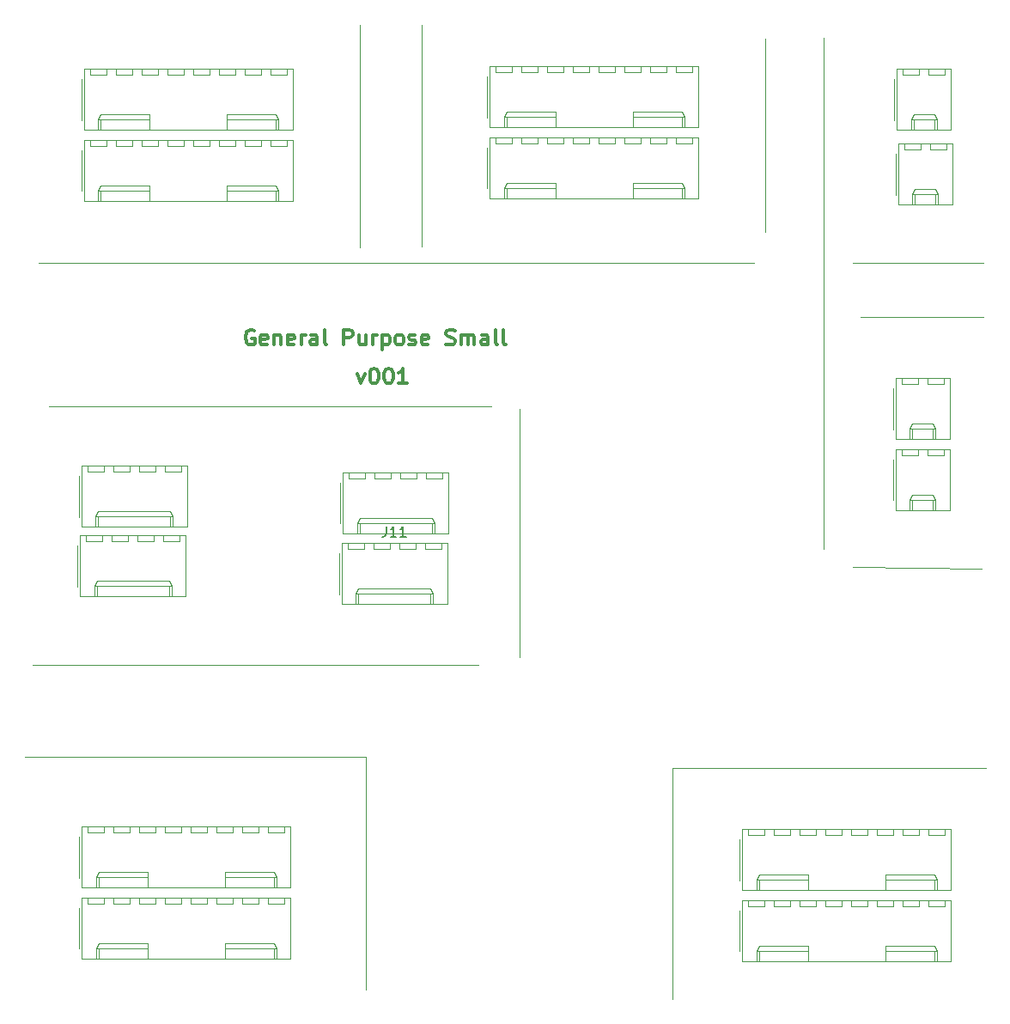
<source format=gbr>
G04 #@! TF.GenerationSoftware,KiCad,Pcbnew,(5.1.5-0-10_14)*
G04 #@! TF.CreationDate,2021-03-15T06:00:06+10:00*
G04 #@! TF.ProjectId,OH - General Purpose Small PCB,4f48202d-2047-4656-9e65-72616c205075,rev?*
G04 #@! TF.SameCoordinates,Original*
G04 #@! TF.FileFunction,Legend,Top*
G04 #@! TF.FilePolarity,Positive*
%FSLAX46Y46*%
G04 Gerber Fmt 4.6, Leading zero omitted, Abs format (unit mm)*
G04 Created by KiCad (PCBNEW (5.1.5-0-10_14)) date 2021-03-15 06:00:06*
%MOMM*%
%LPD*%
G04 APERTURE LIST*
%ADD10C,0.300000*%
%ADD11C,0.120000*%
%ADD12C,0.150000*%
G04 APERTURE END LIST*
D10*
X72811000Y-76513571D02*
X73168142Y-77513571D01*
X73525285Y-76513571D01*
X74382428Y-76013571D02*
X74525285Y-76013571D01*
X74668142Y-76085000D01*
X74739571Y-76156428D01*
X74811000Y-76299285D01*
X74882428Y-76585000D01*
X74882428Y-76942142D01*
X74811000Y-77227857D01*
X74739571Y-77370714D01*
X74668142Y-77442142D01*
X74525285Y-77513571D01*
X74382428Y-77513571D01*
X74239571Y-77442142D01*
X74168142Y-77370714D01*
X74096714Y-77227857D01*
X74025285Y-76942142D01*
X74025285Y-76585000D01*
X74096714Y-76299285D01*
X74168142Y-76156428D01*
X74239571Y-76085000D01*
X74382428Y-76013571D01*
X75811000Y-76013571D02*
X75953857Y-76013571D01*
X76096714Y-76085000D01*
X76168142Y-76156428D01*
X76239571Y-76299285D01*
X76311000Y-76585000D01*
X76311000Y-76942142D01*
X76239571Y-77227857D01*
X76168142Y-77370714D01*
X76096714Y-77442142D01*
X75953857Y-77513571D01*
X75811000Y-77513571D01*
X75668142Y-77442142D01*
X75596714Y-77370714D01*
X75525285Y-77227857D01*
X75453857Y-76942142D01*
X75453857Y-76585000D01*
X75525285Y-76299285D01*
X75596714Y-76156428D01*
X75668142Y-76085000D01*
X75811000Y-76013571D01*
X77739571Y-77513571D02*
X76882428Y-77513571D01*
X77311000Y-77513571D02*
X77311000Y-76013571D01*
X77168142Y-76227857D01*
X77025285Y-76370714D01*
X76882428Y-76442142D01*
X62620428Y-72275000D02*
X62477571Y-72203571D01*
X62263285Y-72203571D01*
X62049000Y-72275000D01*
X61906142Y-72417857D01*
X61834714Y-72560714D01*
X61763285Y-72846428D01*
X61763285Y-73060714D01*
X61834714Y-73346428D01*
X61906142Y-73489285D01*
X62049000Y-73632142D01*
X62263285Y-73703571D01*
X62406142Y-73703571D01*
X62620428Y-73632142D01*
X62691857Y-73560714D01*
X62691857Y-73060714D01*
X62406142Y-73060714D01*
X63906142Y-73632142D02*
X63763285Y-73703571D01*
X63477571Y-73703571D01*
X63334714Y-73632142D01*
X63263285Y-73489285D01*
X63263285Y-72917857D01*
X63334714Y-72775000D01*
X63477571Y-72703571D01*
X63763285Y-72703571D01*
X63906142Y-72775000D01*
X63977571Y-72917857D01*
X63977571Y-73060714D01*
X63263285Y-73203571D01*
X64620428Y-72703571D02*
X64620428Y-73703571D01*
X64620428Y-72846428D02*
X64691857Y-72775000D01*
X64834714Y-72703571D01*
X65049000Y-72703571D01*
X65191857Y-72775000D01*
X65263285Y-72917857D01*
X65263285Y-73703571D01*
X66549000Y-73632142D02*
X66406142Y-73703571D01*
X66120428Y-73703571D01*
X65977571Y-73632142D01*
X65906142Y-73489285D01*
X65906142Y-72917857D01*
X65977571Y-72775000D01*
X66120428Y-72703571D01*
X66406142Y-72703571D01*
X66549000Y-72775000D01*
X66620428Y-72917857D01*
X66620428Y-73060714D01*
X65906142Y-73203571D01*
X67263285Y-73703571D02*
X67263285Y-72703571D01*
X67263285Y-72989285D02*
X67334714Y-72846428D01*
X67406142Y-72775000D01*
X67549000Y-72703571D01*
X67691857Y-72703571D01*
X68834714Y-73703571D02*
X68834714Y-72917857D01*
X68763285Y-72775000D01*
X68620428Y-72703571D01*
X68334714Y-72703571D01*
X68191857Y-72775000D01*
X68834714Y-73632142D02*
X68691857Y-73703571D01*
X68334714Y-73703571D01*
X68191857Y-73632142D01*
X68120428Y-73489285D01*
X68120428Y-73346428D01*
X68191857Y-73203571D01*
X68334714Y-73132142D01*
X68691857Y-73132142D01*
X68834714Y-73060714D01*
X69763285Y-73703571D02*
X69620428Y-73632142D01*
X69549000Y-73489285D01*
X69549000Y-72203571D01*
X71477571Y-73703571D02*
X71477571Y-72203571D01*
X72049000Y-72203571D01*
X72191857Y-72275000D01*
X72263285Y-72346428D01*
X72334714Y-72489285D01*
X72334714Y-72703571D01*
X72263285Y-72846428D01*
X72191857Y-72917857D01*
X72049000Y-72989285D01*
X71477571Y-72989285D01*
X73620428Y-72703571D02*
X73620428Y-73703571D01*
X72977571Y-72703571D02*
X72977571Y-73489285D01*
X73049000Y-73632142D01*
X73191857Y-73703571D01*
X73406142Y-73703571D01*
X73549000Y-73632142D01*
X73620428Y-73560714D01*
X74334714Y-73703571D02*
X74334714Y-72703571D01*
X74334714Y-72989285D02*
X74406142Y-72846428D01*
X74477571Y-72775000D01*
X74620428Y-72703571D01*
X74763285Y-72703571D01*
X75263285Y-72703571D02*
X75263285Y-74203571D01*
X75263285Y-72775000D02*
X75406142Y-72703571D01*
X75691857Y-72703571D01*
X75834714Y-72775000D01*
X75906142Y-72846428D01*
X75977571Y-72989285D01*
X75977571Y-73417857D01*
X75906142Y-73560714D01*
X75834714Y-73632142D01*
X75691857Y-73703571D01*
X75406142Y-73703571D01*
X75263285Y-73632142D01*
X76834714Y-73703571D02*
X76691857Y-73632142D01*
X76620428Y-73560714D01*
X76549000Y-73417857D01*
X76549000Y-72989285D01*
X76620428Y-72846428D01*
X76691857Y-72775000D01*
X76834714Y-72703571D01*
X77049000Y-72703571D01*
X77191857Y-72775000D01*
X77263285Y-72846428D01*
X77334714Y-72989285D01*
X77334714Y-73417857D01*
X77263285Y-73560714D01*
X77191857Y-73632142D01*
X77049000Y-73703571D01*
X76834714Y-73703571D01*
X77906142Y-73632142D02*
X78049000Y-73703571D01*
X78334714Y-73703571D01*
X78477571Y-73632142D01*
X78549000Y-73489285D01*
X78549000Y-73417857D01*
X78477571Y-73275000D01*
X78334714Y-73203571D01*
X78120428Y-73203571D01*
X77977571Y-73132142D01*
X77906142Y-72989285D01*
X77906142Y-72917857D01*
X77977571Y-72775000D01*
X78120428Y-72703571D01*
X78334714Y-72703571D01*
X78477571Y-72775000D01*
X79763285Y-73632142D02*
X79620428Y-73703571D01*
X79334714Y-73703571D01*
X79191857Y-73632142D01*
X79120428Y-73489285D01*
X79120428Y-72917857D01*
X79191857Y-72775000D01*
X79334714Y-72703571D01*
X79620428Y-72703571D01*
X79763285Y-72775000D01*
X79834714Y-72917857D01*
X79834714Y-73060714D01*
X79120428Y-73203571D01*
X81549000Y-73632142D02*
X81763285Y-73703571D01*
X82120428Y-73703571D01*
X82263285Y-73632142D01*
X82334714Y-73560714D01*
X82406142Y-73417857D01*
X82406142Y-73275000D01*
X82334714Y-73132142D01*
X82263285Y-73060714D01*
X82120428Y-72989285D01*
X81834714Y-72917857D01*
X81691857Y-72846428D01*
X81620428Y-72775000D01*
X81549000Y-72632142D01*
X81549000Y-72489285D01*
X81620428Y-72346428D01*
X81691857Y-72275000D01*
X81834714Y-72203571D01*
X82191857Y-72203571D01*
X82406142Y-72275000D01*
X83049000Y-73703571D02*
X83049000Y-72703571D01*
X83049000Y-72846428D02*
X83120428Y-72775000D01*
X83263285Y-72703571D01*
X83477571Y-72703571D01*
X83620428Y-72775000D01*
X83691857Y-72917857D01*
X83691857Y-73703571D01*
X83691857Y-72917857D02*
X83763285Y-72775000D01*
X83906142Y-72703571D01*
X84120428Y-72703571D01*
X84263285Y-72775000D01*
X84334714Y-72917857D01*
X84334714Y-73703571D01*
X85691857Y-73703571D02*
X85691857Y-72917857D01*
X85620428Y-72775000D01*
X85477571Y-72703571D01*
X85191857Y-72703571D01*
X85049000Y-72775000D01*
X85691857Y-73632142D02*
X85549000Y-73703571D01*
X85191857Y-73703571D01*
X85049000Y-73632142D01*
X84977571Y-73489285D01*
X84977571Y-73346428D01*
X85049000Y-73203571D01*
X85191857Y-73132142D01*
X85549000Y-73132142D01*
X85691857Y-73060714D01*
X86620428Y-73703571D02*
X86477571Y-73632142D01*
X86406142Y-73489285D01*
X86406142Y-72203571D01*
X87406142Y-73703571D02*
X87263285Y-73632142D01*
X87191857Y-73489285D01*
X87191857Y-72203571D01*
D11*
X113030000Y-43561000D02*
X113030000Y-62611000D01*
X134493000Y-65659000D02*
X121666000Y-65659000D01*
X134493000Y-70993000D02*
X122428000Y-70993000D01*
X134366000Y-95758000D02*
X121666000Y-95631000D01*
X88773000Y-80010000D02*
X88773000Y-104521000D01*
X84709000Y-105283000D02*
X40767000Y-105283000D01*
X42418000Y-79756000D02*
X85979000Y-79756000D01*
X103886000Y-115443000D02*
X103886000Y-138176000D01*
X134747000Y-115443000D02*
X103886000Y-115443000D01*
X73660000Y-114300000D02*
X40005000Y-114300000D01*
X73660000Y-114300000D02*
X73660000Y-137287000D01*
X118745000Y-43434000D02*
X118745000Y-93853000D01*
X41402000Y-65659000D02*
X111887000Y-65659000D01*
X79121000Y-64008000D02*
X79121000Y-42164000D01*
X73025000Y-42164000D02*
X73025000Y-64135000D01*
X55410000Y-86216000D02*
X55410000Y-85616000D01*
X53810000Y-86216000D02*
X55410000Y-86216000D01*
X53810000Y-85616000D02*
X53810000Y-86216000D01*
X52870000Y-86216000D02*
X52870000Y-85616000D01*
X51270000Y-86216000D02*
X52870000Y-86216000D01*
X51270000Y-85616000D02*
X51270000Y-86216000D01*
X50330000Y-86216000D02*
X50330000Y-85616000D01*
X48730000Y-86216000D02*
X50330000Y-86216000D01*
X48730000Y-85616000D02*
X48730000Y-86216000D01*
X47790000Y-86216000D02*
X47790000Y-85616000D01*
X46190000Y-86216000D02*
X47790000Y-86216000D01*
X46190000Y-85616000D02*
X46190000Y-86216000D01*
X54360000Y-91636000D02*
X54360000Y-90636000D01*
X47240000Y-91636000D02*
X47240000Y-90636000D01*
X54360000Y-90106000D02*
X54610000Y-90636000D01*
X47240000Y-90106000D02*
X54360000Y-90106000D01*
X46990000Y-90636000D02*
X47240000Y-90106000D01*
X54610000Y-90636000D02*
X54610000Y-91636000D01*
X46990000Y-90636000D02*
X54610000Y-90636000D01*
X46990000Y-91636000D02*
X46990000Y-90636000D01*
X45320000Y-86646000D02*
X45320000Y-90646000D01*
X55990000Y-85616000D02*
X45610000Y-85616000D01*
X55990000Y-91636000D02*
X55990000Y-85616000D01*
X45610000Y-91636000D02*
X55990000Y-91636000D01*
X45610000Y-85616000D02*
X45610000Y-91636000D01*
X81191000Y-86851000D02*
X81191000Y-86251000D01*
X79591000Y-86851000D02*
X81191000Y-86851000D01*
X79591000Y-86251000D02*
X79591000Y-86851000D01*
X78651000Y-86851000D02*
X78651000Y-86251000D01*
X77051000Y-86851000D02*
X78651000Y-86851000D01*
X77051000Y-86251000D02*
X77051000Y-86851000D01*
X76111000Y-86851000D02*
X76111000Y-86251000D01*
X74511000Y-86851000D02*
X76111000Y-86851000D01*
X74511000Y-86251000D02*
X74511000Y-86851000D01*
X73571000Y-86851000D02*
X73571000Y-86251000D01*
X71971000Y-86851000D02*
X73571000Y-86851000D01*
X71971000Y-86251000D02*
X71971000Y-86851000D01*
X80141000Y-92271000D02*
X80141000Y-91271000D01*
X73021000Y-92271000D02*
X73021000Y-91271000D01*
X80141000Y-90741000D02*
X80391000Y-91271000D01*
X73021000Y-90741000D02*
X80141000Y-90741000D01*
X72771000Y-91271000D02*
X73021000Y-90741000D01*
X80391000Y-91271000D02*
X80391000Y-92271000D01*
X72771000Y-91271000D02*
X80391000Y-91271000D01*
X72771000Y-92271000D02*
X72771000Y-91271000D01*
X71101000Y-87281000D02*
X71101000Y-91281000D01*
X81771000Y-86251000D02*
X71391000Y-86251000D01*
X81771000Y-92271000D02*
X81771000Y-86251000D01*
X71391000Y-92271000D02*
X81771000Y-92271000D01*
X71391000Y-86251000D02*
X71391000Y-92271000D01*
X130721000Y-47100000D02*
X130721000Y-46500000D01*
X129121000Y-47100000D02*
X130721000Y-47100000D01*
X129121000Y-46500000D02*
X129121000Y-47100000D01*
X128181000Y-47100000D02*
X128181000Y-46500000D01*
X126581000Y-47100000D02*
X128181000Y-47100000D01*
X126581000Y-46500000D02*
X126581000Y-47100000D01*
X129671000Y-52520000D02*
X129671000Y-51520000D01*
X127631000Y-52520000D02*
X127631000Y-51520000D01*
X129671000Y-50990000D02*
X129921000Y-51520000D01*
X127631000Y-50990000D02*
X129671000Y-50990000D01*
X127381000Y-51520000D02*
X127631000Y-50990000D01*
X129921000Y-51520000D02*
X129921000Y-52520000D01*
X127381000Y-51520000D02*
X129921000Y-51520000D01*
X127381000Y-52520000D02*
X127381000Y-51520000D01*
X125711000Y-47530000D02*
X125711000Y-51530000D01*
X131301000Y-46500000D02*
X126001000Y-46500000D01*
X131301000Y-52520000D02*
X131301000Y-46500000D01*
X126001000Y-52520000D02*
X131301000Y-52520000D01*
X126001000Y-46500000D02*
X126001000Y-52520000D01*
X130594000Y-77580000D02*
X130594000Y-76980000D01*
X128994000Y-77580000D02*
X130594000Y-77580000D01*
X128994000Y-76980000D02*
X128994000Y-77580000D01*
X128054000Y-77580000D02*
X128054000Y-76980000D01*
X126454000Y-77580000D02*
X128054000Y-77580000D01*
X126454000Y-76980000D02*
X126454000Y-77580000D01*
X129544000Y-83000000D02*
X129544000Y-82000000D01*
X127504000Y-83000000D02*
X127504000Y-82000000D01*
X129544000Y-81470000D02*
X129794000Y-82000000D01*
X127504000Y-81470000D02*
X129544000Y-81470000D01*
X127254000Y-82000000D02*
X127504000Y-81470000D01*
X129794000Y-82000000D02*
X129794000Y-83000000D01*
X127254000Y-82000000D02*
X129794000Y-82000000D01*
X127254000Y-83000000D02*
X127254000Y-82000000D01*
X125584000Y-78010000D02*
X125584000Y-82010000D01*
X131174000Y-76980000D02*
X125874000Y-76980000D01*
X131174000Y-83000000D02*
X131174000Y-76980000D01*
X125874000Y-83000000D02*
X131174000Y-83000000D01*
X125874000Y-76980000D02*
X125874000Y-83000000D01*
X55283000Y-93074000D02*
X55283000Y-92474000D01*
X53683000Y-93074000D02*
X55283000Y-93074000D01*
X53683000Y-92474000D02*
X53683000Y-93074000D01*
X52743000Y-93074000D02*
X52743000Y-92474000D01*
X51143000Y-93074000D02*
X52743000Y-93074000D01*
X51143000Y-92474000D02*
X51143000Y-93074000D01*
X50203000Y-93074000D02*
X50203000Y-92474000D01*
X48603000Y-93074000D02*
X50203000Y-93074000D01*
X48603000Y-92474000D02*
X48603000Y-93074000D01*
X47663000Y-93074000D02*
X47663000Y-92474000D01*
X46063000Y-93074000D02*
X47663000Y-93074000D01*
X46063000Y-92474000D02*
X46063000Y-93074000D01*
X54233000Y-98494000D02*
X54233000Y-97494000D01*
X47113000Y-98494000D02*
X47113000Y-97494000D01*
X54233000Y-96964000D02*
X54483000Y-97494000D01*
X47113000Y-96964000D02*
X54233000Y-96964000D01*
X46863000Y-97494000D02*
X47113000Y-96964000D01*
X54483000Y-97494000D02*
X54483000Y-98494000D01*
X46863000Y-97494000D02*
X54483000Y-97494000D01*
X46863000Y-98494000D02*
X46863000Y-97494000D01*
X45193000Y-93504000D02*
X45193000Y-97504000D01*
X55863000Y-92474000D02*
X45483000Y-92474000D01*
X55863000Y-98494000D02*
X55863000Y-92474000D01*
X45483000Y-98494000D02*
X55863000Y-98494000D01*
X45483000Y-92474000D02*
X45483000Y-98494000D01*
X81064000Y-93836000D02*
X81064000Y-93236000D01*
X79464000Y-93836000D02*
X81064000Y-93836000D01*
X79464000Y-93236000D02*
X79464000Y-93836000D01*
X78524000Y-93836000D02*
X78524000Y-93236000D01*
X76924000Y-93836000D02*
X78524000Y-93836000D01*
X76924000Y-93236000D02*
X76924000Y-93836000D01*
X75984000Y-93836000D02*
X75984000Y-93236000D01*
X74384000Y-93836000D02*
X75984000Y-93836000D01*
X74384000Y-93236000D02*
X74384000Y-93836000D01*
X73444000Y-93836000D02*
X73444000Y-93236000D01*
X71844000Y-93836000D02*
X73444000Y-93836000D01*
X71844000Y-93236000D02*
X71844000Y-93836000D01*
X80014000Y-99256000D02*
X80014000Y-98256000D01*
X72894000Y-99256000D02*
X72894000Y-98256000D01*
X80014000Y-97726000D02*
X80264000Y-98256000D01*
X72894000Y-97726000D02*
X80014000Y-97726000D01*
X72644000Y-98256000D02*
X72894000Y-97726000D01*
X80264000Y-98256000D02*
X80264000Y-99256000D01*
X72644000Y-98256000D02*
X80264000Y-98256000D01*
X72644000Y-99256000D02*
X72644000Y-98256000D01*
X70974000Y-94266000D02*
X70974000Y-98266000D01*
X81644000Y-93236000D02*
X71264000Y-93236000D01*
X81644000Y-99256000D02*
X81644000Y-93236000D01*
X71264000Y-99256000D02*
X81644000Y-99256000D01*
X71264000Y-93236000D02*
X71264000Y-99256000D01*
X130848000Y-54466000D02*
X130848000Y-53866000D01*
X129248000Y-54466000D02*
X130848000Y-54466000D01*
X129248000Y-53866000D02*
X129248000Y-54466000D01*
X128308000Y-54466000D02*
X128308000Y-53866000D01*
X126708000Y-54466000D02*
X128308000Y-54466000D01*
X126708000Y-53866000D02*
X126708000Y-54466000D01*
X129798000Y-59886000D02*
X129798000Y-58886000D01*
X127758000Y-59886000D02*
X127758000Y-58886000D01*
X129798000Y-58356000D02*
X130048000Y-58886000D01*
X127758000Y-58356000D02*
X129798000Y-58356000D01*
X127508000Y-58886000D02*
X127758000Y-58356000D01*
X130048000Y-58886000D02*
X130048000Y-59886000D01*
X127508000Y-58886000D02*
X130048000Y-58886000D01*
X127508000Y-59886000D02*
X127508000Y-58886000D01*
X125838000Y-54896000D02*
X125838000Y-58896000D01*
X131428000Y-53866000D02*
X126128000Y-53866000D01*
X131428000Y-59886000D02*
X131428000Y-53866000D01*
X126128000Y-59886000D02*
X131428000Y-59886000D01*
X126128000Y-53866000D02*
X126128000Y-59886000D01*
X130594000Y-84565000D02*
X130594000Y-83965000D01*
X128994000Y-84565000D02*
X130594000Y-84565000D01*
X128994000Y-83965000D02*
X128994000Y-84565000D01*
X128054000Y-84565000D02*
X128054000Y-83965000D01*
X126454000Y-84565000D02*
X128054000Y-84565000D01*
X126454000Y-83965000D02*
X126454000Y-84565000D01*
X129544000Y-89985000D02*
X129544000Y-88985000D01*
X127504000Y-89985000D02*
X127504000Y-88985000D01*
X129544000Y-88455000D02*
X129794000Y-88985000D01*
X127504000Y-88455000D02*
X129544000Y-88455000D01*
X127254000Y-88985000D02*
X127504000Y-88455000D01*
X129794000Y-88985000D02*
X129794000Y-89985000D01*
X127254000Y-88985000D02*
X129794000Y-88985000D01*
X127254000Y-89985000D02*
X127254000Y-88985000D01*
X125584000Y-84995000D02*
X125584000Y-88995000D01*
X131174000Y-83965000D02*
X125874000Y-83965000D01*
X131174000Y-89985000D02*
X131174000Y-83965000D01*
X125874000Y-89985000D02*
X131174000Y-89985000D01*
X125874000Y-83965000D02*
X125874000Y-89985000D01*
X105829000Y-46846000D02*
X105829000Y-46246000D01*
X104229000Y-46846000D02*
X105829000Y-46846000D01*
X104229000Y-46246000D02*
X104229000Y-46846000D01*
X103289000Y-46846000D02*
X103289000Y-46246000D01*
X101689000Y-46846000D02*
X103289000Y-46846000D01*
X101689000Y-46246000D02*
X101689000Y-46846000D01*
X100749000Y-46846000D02*
X100749000Y-46246000D01*
X99149000Y-46846000D02*
X100749000Y-46846000D01*
X99149000Y-46246000D02*
X99149000Y-46846000D01*
X98209000Y-46846000D02*
X98209000Y-46246000D01*
X96609000Y-46846000D02*
X98209000Y-46846000D01*
X96609000Y-46246000D02*
X96609000Y-46846000D01*
X95669000Y-46846000D02*
X95669000Y-46246000D01*
X94069000Y-46846000D02*
X95669000Y-46846000D01*
X94069000Y-46246000D02*
X94069000Y-46846000D01*
X93129000Y-46846000D02*
X93129000Y-46246000D01*
X91529000Y-46846000D02*
X93129000Y-46846000D01*
X91529000Y-46246000D02*
X91529000Y-46846000D01*
X90589000Y-46846000D02*
X90589000Y-46246000D01*
X88989000Y-46846000D02*
X90589000Y-46846000D01*
X88989000Y-46246000D02*
X88989000Y-46846000D01*
X88049000Y-46846000D02*
X88049000Y-46246000D01*
X86449000Y-46846000D02*
X88049000Y-46846000D01*
X86449000Y-46246000D02*
X86449000Y-46846000D01*
X104779000Y-52266000D02*
X104779000Y-51266000D01*
X99949000Y-50736000D02*
X99949000Y-51266000D01*
X104779000Y-50736000D02*
X99949000Y-50736000D01*
X105029000Y-51266000D02*
X104779000Y-50736000D01*
X99949000Y-51266000D02*
X99949000Y-52266000D01*
X105029000Y-51266000D02*
X99949000Y-51266000D01*
X105029000Y-52266000D02*
X105029000Y-51266000D01*
X87499000Y-52266000D02*
X87499000Y-51266000D01*
X92329000Y-50736000D02*
X92329000Y-51266000D01*
X87499000Y-50736000D02*
X92329000Y-50736000D01*
X87249000Y-51266000D02*
X87499000Y-50736000D01*
X92329000Y-51266000D02*
X92329000Y-52266000D01*
X87249000Y-51266000D02*
X92329000Y-51266000D01*
X87249000Y-52266000D02*
X87249000Y-51266000D01*
X85579000Y-47276000D02*
X85579000Y-51276000D01*
X106409000Y-46246000D02*
X85869000Y-46246000D01*
X106409000Y-52266000D02*
X106409000Y-46246000D01*
X85869000Y-52266000D02*
X106409000Y-52266000D01*
X85869000Y-46246000D02*
X85869000Y-52266000D01*
X65824000Y-47100000D02*
X65824000Y-46500000D01*
X64224000Y-47100000D02*
X65824000Y-47100000D01*
X64224000Y-46500000D02*
X64224000Y-47100000D01*
X63284000Y-47100000D02*
X63284000Y-46500000D01*
X61684000Y-47100000D02*
X63284000Y-47100000D01*
X61684000Y-46500000D02*
X61684000Y-47100000D01*
X60744000Y-47100000D02*
X60744000Y-46500000D01*
X59144000Y-47100000D02*
X60744000Y-47100000D01*
X59144000Y-46500000D02*
X59144000Y-47100000D01*
X58204000Y-47100000D02*
X58204000Y-46500000D01*
X56604000Y-47100000D02*
X58204000Y-47100000D01*
X56604000Y-46500000D02*
X56604000Y-47100000D01*
X55664000Y-47100000D02*
X55664000Y-46500000D01*
X54064000Y-47100000D02*
X55664000Y-47100000D01*
X54064000Y-46500000D02*
X54064000Y-47100000D01*
X53124000Y-47100000D02*
X53124000Y-46500000D01*
X51524000Y-47100000D02*
X53124000Y-47100000D01*
X51524000Y-46500000D02*
X51524000Y-47100000D01*
X50584000Y-47100000D02*
X50584000Y-46500000D01*
X48984000Y-47100000D02*
X50584000Y-47100000D01*
X48984000Y-46500000D02*
X48984000Y-47100000D01*
X48044000Y-47100000D02*
X48044000Y-46500000D01*
X46444000Y-47100000D02*
X48044000Y-47100000D01*
X46444000Y-46500000D02*
X46444000Y-47100000D01*
X64774000Y-52520000D02*
X64774000Y-51520000D01*
X59944000Y-50990000D02*
X59944000Y-51520000D01*
X64774000Y-50990000D02*
X59944000Y-50990000D01*
X65024000Y-51520000D02*
X64774000Y-50990000D01*
X59944000Y-51520000D02*
X59944000Y-52520000D01*
X65024000Y-51520000D02*
X59944000Y-51520000D01*
X65024000Y-52520000D02*
X65024000Y-51520000D01*
X47494000Y-52520000D02*
X47494000Y-51520000D01*
X52324000Y-50990000D02*
X52324000Y-51520000D01*
X47494000Y-50990000D02*
X52324000Y-50990000D01*
X47244000Y-51520000D02*
X47494000Y-50990000D01*
X52324000Y-51520000D02*
X52324000Y-52520000D01*
X47244000Y-51520000D02*
X52324000Y-51520000D01*
X47244000Y-52520000D02*
X47244000Y-51520000D01*
X45574000Y-47530000D02*
X45574000Y-51530000D01*
X66404000Y-46500000D02*
X45864000Y-46500000D01*
X66404000Y-52520000D02*
X66404000Y-46500000D01*
X45864000Y-52520000D02*
X66404000Y-52520000D01*
X45864000Y-46500000D02*
X45864000Y-52520000D01*
X130721000Y-122030000D02*
X130721000Y-121430000D01*
X129121000Y-122030000D02*
X130721000Y-122030000D01*
X129121000Y-121430000D02*
X129121000Y-122030000D01*
X128181000Y-122030000D02*
X128181000Y-121430000D01*
X126581000Y-122030000D02*
X128181000Y-122030000D01*
X126581000Y-121430000D02*
X126581000Y-122030000D01*
X125641000Y-122030000D02*
X125641000Y-121430000D01*
X124041000Y-122030000D02*
X125641000Y-122030000D01*
X124041000Y-121430000D02*
X124041000Y-122030000D01*
X123101000Y-122030000D02*
X123101000Y-121430000D01*
X121501000Y-122030000D02*
X123101000Y-122030000D01*
X121501000Y-121430000D02*
X121501000Y-122030000D01*
X120561000Y-122030000D02*
X120561000Y-121430000D01*
X118961000Y-122030000D02*
X120561000Y-122030000D01*
X118961000Y-121430000D02*
X118961000Y-122030000D01*
X118021000Y-122030000D02*
X118021000Y-121430000D01*
X116421000Y-122030000D02*
X118021000Y-122030000D01*
X116421000Y-121430000D02*
X116421000Y-122030000D01*
X115481000Y-122030000D02*
X115481000Y-121430000D01*
X113881000Y-122030000D02*
X115481000Y-122030000D01*
X113881000Y-121430000D02*
X113881000Y-122030000D01*
X112941000Y-122030000D02*
X112941000Y-121430000D01*
X111341000Y-122030000D02*
X112941000Y-122030000D01*
X111341000Y-121430000D02*
X111341000Y-122030000D01*
X129671000Y-127450000D02*
X129671000Y-126450000D01*
X124841000Y-125920000D02*
X124841000Y-126450000D01*
X129671000Y-125920000D02*
X124841000Y-125920000D01*
X129921000Y-126450000D02*
X129671000Y-125920000D01*
X124841000Y-126450000D02*
X124841000Y-127450000D01*
X129921000Y-126450000D02*
X124841000Y-126450000D01*
X129921000Y-127450000D02*
X129921000Y-126450000D01*
X112391000Y-127450000D02*
X112391000Y-126450000D01*
X117221000Y-125920000D02*
X117221000Y-126450000D01*
X112391000Y-125920000D02*
X117221000Y-125920000D01*
X112141000Y-126450000D02*
X112391000Y-125920000D01*
X117221000Y-126450000D02*
X117221000Y-127450000D01*
X112141000Y-126450000D02*
X117221000Y-126450000D01*
X112141000Y-127450000D02*
X112141000Y-126450000D01*
X110471000Y-122460000D02*
X110471000Y-126460000D01*
X131301000Y-121430000D02*
X110761000Y-121430000D01*
X131301000Y-127450000D02*
X131301000Y-121430000D01*
X110761000Y-127450000D02*
X131301000Y-127450000D01*
X110761000Y-121430000D02*
X110761000Y-127450000D01*
X65617000Y-121776000D02*
X65617000Y-121176000D01*
X64017000Y-121776000D02*
X65617000Y-121776000D01*
X64017000Y-121176000D02*
X64017000Y-121776000D01*
X63077000Y-121776000D02*
X63077000Y-121176000D01*
X61477000Y-121776000D02*
X63077000Y-121776000D01*
X61477000Y-121176000D02*
X61477000Y-121776000D01*
X60537000Y-121776000D02*
X60537000Y-121176000D01*
X58937000Y-121776000D02*
X60537000Y-121776000D01*
X58937000Y-121176000D02*
X58937000Y-121776000D01*
X57997000Y-121776000D02*
X57997000Y-121176000D01*
X56397000Y-121776000D02*
X57997000Y-121776000D01*
X56397000Y-121176000D02*
X56397000Y-121776000D01*
X55457000Y-121776000D02*
X55457000Y-121176000D01*
X53857000Y-121776000D02*
X55457000Y-121776000D01*
X53857000Y-121176000D02*
X53857000Y-121776000D01*
X52917000Y-121776000D02*
X52917000Y-121176000D01*
X51317000Y-121776000D02*
X52917000Y-121776000D01*
X51317000Y-121176000D02*
X51317000Y-121776000D01*
X50377000Y-121776000D02*
X50377000Y-121176000D01*
X48777000Y-121776000D02*
X50377000Y-121776000D01*
X48777000Y-121176000D02*
X48777000Y-121776000D01*
X47837000Y-121776000D02*
X47837000Y-121176000D01*
X46237000Y-121776000D02*
X47837000Y-121776000D01*
X46237000Y-121176000D02*
X46237000Y-121776000D01*
X64567000Y-127196000D02*
X64567000Y-126196000D01*
X59737000Y-125666000D02*
X59737000Y-126196000D01*
X64567000Y-125666000D02*
X59737000Y-125666000D01*
X64817000Y-126196000D02*
X64567000Y-125666000D01*
X59737000Y-126196000D02*
X59737000Y-127196000D01*
X64817000Y-126196000D02*
X59737000Y-126196000D01*
X64817000Y-127196000D02*
X64817000Y-126196000D01*
X47287000Y-127196000D02*
X47287000Y-126196000D01*
X52117000Y-125666000D02*
X52117000Y-126196000D01*
X47287000Y-125666000D02*
X52117000Y-125666000D01*
X47037000Y-126196000D02*
X47287000Y-125666000D01*
X52117000Y-126196000D02*
X52117000Y-127196000D01*
X47037000Y-126196000D02*
X52117000Y-126196000D01*
X47037000Y-127196000D02*
X47037000Y-126196000D01*
X45367000Y-122206000D02*
X45367000Y-126206000D01*
X66197000Y-121176000D02*
X45657000Y-121176000D01*
X66197000Y-127196000D02*
X66197000Y-121176000D01*
X45657000Y-127196000D02*
X66197000Y-127196000D01*
X45657000Y-121176000D02*
X45657000Y-127196000D01*
X105829000Y-53831000D02*
X105829000Y-53231000D01*
X104229000Y-53831000D02*
X105829000Y-53831000D01*
X104229000Y-53231000D02*
X104229000Y-53831000D01*
X103289000Y-53831000D02*
X103289000Y-53231000D01*
X101689000Y-53831000D02*
X103289000Y-53831000D01*
X101689000Y-53231000D02*
X101689000Y-53831000D01*
X100749000Y-53831000D02*
X100749000Y-53231000D01*
X99149000Y-53831000D02*
X100749000Y-53831000D01*
X99149000Y-53231000D02*
X99149000Y-53831000D01*
X98209000Y-53831000D02*
X98209000Y-53231000D01*
X96609000Y-53831000D02*
X98209000Y-53831000D01*
X96609000Y-53231000D02*
X96609000Y-53831000D01*
X95669000Y-53831000D02*
X95669000Y-53231000D01*
X94069000Y-53831000D02*
X95669000Y-53831000D01*
X94069000Y-53231000D02*
X94069000Y-53831000D01*
X93129000Y-53831000D02*
X93129000Y-53231000D01*
X91529000Y-53831000D02*
X93129000Y-53831000D01*
X91529000Y-53231000D02*
X91529000Y-53831000D01*
X90589000Y-53831000D02*
X90589000Y-53231000D01*
X88989000Y-53831000D02*
X90589000Y-53831000D01*
X88989000Y-53231000D02*
X88989000Y-53831000D01*
X88049000Y-53831000D02*
X88049000Y-53231000D01*
X86449000Y-53831000D02*
X88049000Y-53831000D01*
X86449000Y-53231000D02*
X86449000Y-53831000D01*
X104779000Y-59251000D02*
X104779000Y-58251000D01*
X99949000Y-57721000D02*
X99949000Y-58251000D01*
X104779000Y-57721000D02*
X99949000Y-57721000D01*
X105029000Y-58251000D02*
X104779000Y-57721000D01*
X99949000Y-58251000D02*
X99949000Y-59251000D01*
X105029000Y-58251000D02*
X99949000Y-58251000D01*
X105029000Y-59251000D02*
X105029000Y-58251000D01*
X87499000Y-59251000D02*
X87499000Y-58251000D01*
X92329000Y-57721000D02*
X92329000Y-58251000D01*
X87499000Y-57721000D02*
X92329000Y-57721000D01*
X87249000Y-58251000D02*
X87499000Y-57721000D01*
X92329000Y-58251000D02*
X92329000Y-59251000D01*
X87249000Y-58251000D02*
X92329000Y-58251000D01*
X87249000Y-59251000D02*
X87249000Y-58251000D01*
X85579000Y-54261000D02*
X85579000Y-58261000D01*
X106409000Y-53231000D02*
X85869000Y-53231000D01*
X106409000Y-59251000D02*
X106409000Y-53231000D01*
X85869000Y-59251000D02*
X106409000Y-59251000D01*
X85869000Y-53231000D02*
X85869000Y-59251000D01*
X65824000Y-54085000D02*
X65824000Y-53485000D01*
X64224000Y-54085000D02*
X65824000Y-54085000D01*
X64224000Y-53485000D02*
X64224000Y-54085000D01*
X63284000Y-54085000D02*
X63284000Y-53485000D01*
X61684000Y-54085000D02*
X63284000Y-54085000D01*
X61684000Y-53485000D02*
X61684000Y-54085000D01*
X60744000Y-54085000D02*
X60744000Y-53485000D01*
X59144000Y-54085000D02*
X60744000Y-54085000D01*
X59144000Y-53485000D02*
X59144000Y-54085000D01*
X58204000Y-54085000D02*
X58204000Y-53485000D01*
X56604000Y-54085000D02*
X58204000Y-54085000D01*
X56604000Y-53485000D02*
X56604000Y-54085000D01*
X55664000Y-54085000D02*
X55664000Y-53485000D01*
X54064000Y-54085000D02*
X55664000Y-54085000D01*
X54064000Y-53485000D02*
X54064000Y-54085000D01*
X53124000Y-54085000D02*
X53124000Y-53485000D01*
X51524000Y-54085000D02*
X53124000Y-54085000D01*
X51524000Y-53485000D02*
X51524000Y-54085000D01*
X50584000Y-54085000D02*
X50584000Y-53485000D01*
X48984000Y-54085000D02*
X50584000Y-54085000D01*
X48984000Y-53485000D02*
X48984000Y-54085000D01*
X48044000Y-54085000D02*
X48044000Y-53485000D01*
X46444000Y-54085000D02*
X48044000Y-54085000D01*
X46444000Y-53485000D02*
X46444000Y-54085000D01*
X64774000Y-59505000D02*
X64774000Y-58505000D01*
X59944000Y-57975000D02*
X59944000Y-58505000D01*
X64774000Y-57975000D02*
X59944000Y-57975000D01*
X65024000Y-58505000D02*
X64774000Y-57975000D01*
X59944000Y-58505000D02*
X59944000Y-59505000D01*
X65024000Y-58505000D02*
X59944000Y-58505000D01*
X65024000Y-59505000D02*
X65024000Y-58505000D01*
X47494000Y-59505000D02*
X47494000Y-58505000D01*
X52324000Y-57975000D02*
X52324000Y-58505000D01*
X47494000Y-57975000D02*
X52324000Y-57975000D01*
X47244000Y-58505000D02*
X47494000Y-57975000D01*
X52324000Y-58505000D02*
X52324000Y-59505000D01*
X47244000Y-58505000D02*
X52324000Y-58505000D01*
X47244000Y-59505000D02*
X47244000Y-58505000D01*
X45574000Y-54515000D02*
X45574000Y-58515000D01*
X66404000Y-53485000D02*
X45864000Y-53485000D01*
X66404000Y-59505000D02*
X66404000Y-53485000D01*
X45864000Y-59505000D02*
X66404000Y-59505000D01*
X45864000Y-53485000D02*
X45864000Y-59505000D01*
X130721000Y-129015000D02*
X130721000Y-128415000D01*
X129121000Y-129015000D02*
X130721000Y-129015000D01*
X129121000Y-128415000D02*
X129121000Y-129015000D01*
X128181000Y-129015000D02*
X128181000Y-128415000D01*
X126581000Y-129015000D02*
X128181000Y-129015000D01*
X126581000Y-128415000D02*
X126581000Y-129015000D01*
X125641000Y-129015000D02*
X125641000Y-128415000D01*
X124041000Y-129015000D02*
X125641000Y-129015000D01*
X124041000Y-128415000D02*
X124041000Y-129015000D01*
X123101000Y-129015000D02*
X123101000Y-128415000D01*
X121501000Y-129015000D02*
X123101000Y-129015000D01*
X121501000Y-128415000D02*
X121501000Y-129015000D01*
X120561000Y-129015000D02*
X120561000Y-128415000D01*
X118961000Y-129015000D02*
X120561000Y-129015000D01*
X118961000Y-128415000D02*
X118961000Y-129015000D01*
X118021000Y-129015000D02*
X118021000Y-128415000D01*
X116421000Y-129015000D02*
X118021000Y-129015000D01*
X116421000Y-128415000D02*
X116421000Y-129015000D01*
X115481000Y-129015000D02*
X115481000Y-128415000D01*
X113881000Y-129015000D02*
X115481000Y-129015000D01*
X113881000Y-128415000D02*
X113881000Y-129015000D01*
X112941000Y-129015000D02*
X112941000Y-128415000D01*
X111341000Y-129015000D02*
X112941000Y-129015000D01*
X111341000Y-128415000D02*
X111341000Y-129015000D01*
X129671000Y-134435000D02*
X129671000Y-133435000D01*
X124841000Y-132905000D02*
X124841000Y-133435000D01*
X129671000Y-132905000D02*
X124841000Y-132905000D01*
X129921000Y-133435000D02*
X129671000Y-132905000D01*
X124841000Y-133435000D02*
X124841000Y-134435000D01*
X129921000Y-133435000D02*
X124841000Y-133435000D01*
X129921000Y-134435000D02*
X129921000Y-133435000D01*
X112391000Y-134435000D02*
X112391000Y-133435000D01*
X117221000Y-132905000D02*
X117221000Y-133435000D01*
X112391000Y-132905000D02*
X117221000Y-132905000D01*
X112141000Y-133435000D02*
X112391000Y-132905000D01*
X117221000Y-133435000D02*
X117221000Y-134435000D01*
X112141000Y-133435000D02*
X117221000Y-133435000D01*
X112141000Y-134435000D02*
X112141000Y-133435000D01*
X110471000Y-129445000D02*
X110471000Y-133445000D01*
X131301000Y-128415000D02*
X110761000Y-128415000D01*
X131301000Y-134435000D02*
X131301000Y-128415000D01*
X110761000Y-134435000D02*
X131301000Y-134435000D01*
X110761000Y-128415000D02*
X110761000Y-134435000D01*
X65617000Y-128761000D02*
X65617000Y-128161000D01*
X64017000Y-128761000D02*
X65617000Y-128761000D01*
X64017000Y-128161000D02*
X64017000Y-128761000D01*
X63077000Y-128761000D02*
X63077000Y-128161000D01*
X61477000Y-128761000D02*
X63077000Y-128761000D01*
X61477000Y-128161000D02*
X61477000Y-128761000D01*
X60537000Y-128761000D02*
X60537000Y-128161000D01*
X58937000Y-128761000D02*
X60537000Y-128761000D01*
X58937000Y-128161000D02*
X58937000Y-128761000D01*
X57997000Y-128761000D02*
X57997000Y-128161000D01*
X56397000Y-128761000D02*
X57997000Y-128761000D01*
X56397000Y-128161000D02*
X56397000Y-128761000D01*
X55457000Y-128761000D02*
X55457000Y-128161000D01*
X53857000Y-128761000D02*
X55457000Y-128761000D01*
X53857000Y-128161000D02*
X53857000Y-128761000D01*
X52917000Y-128761000D02*
X52917000Y-128161000D01*
X51317000Y-128761000D02*
X52917000Y-128761000D01*
X51317000Y-128161000D02*
X51317000Y-128761000D01*
X50377000Y-128761000D02*
X50377000Y-128161000D01*
X48777000Y-128761000D02*
X50377000Y-128761000D01*
X48777000Y-128161000D02*
X48777000Y-128761000D01*
X47837000Y-128761000D02*
X47837000Y-128161000D01*
X46237000Y-128761000D02*
X47837000Y-128761000D01*
X46237000Y-128161000D02*
X46237000Y-128761000D01*
X64567000Y-134181000D02*
X64567000Y-133181000D01*
X59737000Y-132651000D02*
X59737000Y-133181000D01*
X64567000Y-132651000D02*
X59737000Y-132651000D01*
X64817000Y-133181000D02*
X64567000Y-132651000D01*
X59737000Y-133181000D02*
X59737000Y-134181000D01*
X64817000Y-133181000D02*
X59737000Y-133181000D01*
X64817000Y-134181000D02*
X64817000Y-133181000D01*
X47287000Y-134181000D02*
X47287000Y-133181000D01*
X52117000Y-132651000D02*
X52117000Y-133181000D01*
X47287000Y-132651000D02*
X52117000Y-132651000D01*
X47037000Y-133181000D02*
X47287000Y-132651000D01*
X52117000Y-133181000D02*
X52117000Y-134181000D01*
X47037000Y-133181000D02*
X52117000Y-133181000D01*
X47037000Y-134181000D02*
X47037000Y-133181000D01*
X45367000Y-129191000D02*
X45367000Y-133191000D01*
X66197000Y-128161000D02*
X45657000Y-128161000D01*
X66197000Y-134181000D02*
X66197000Y-128161000D01*
X45657000Y-134181000D02*
X66197000Y-134181000D01*
X45657000Y-128161000D02*
X45657000Y-134181000D01*
D12*
X75644476Y-91598380D02*
X75644476Y-92312666D01*
X75596857Y-92455523D01*
X75501619Y-92550761D01*
X75358761Y-92598380D01*
X75263523Y-92598380D01*
X76644476Y-92598380D02*
X76073047Y-92598380D01*
X76358761Y-92598380D02*
X76358761Y-91598380D01*
X76263523Y-91741238D01*
X76168285Y-91836476D01*
X76073047Y-91884095D01*
X77596857Y-92598380D02*
X77025428Y-92598380D01*
X77311142Y-92598380D02*
X77311142Y-91598380D01*
X77215904Y-91741238D01*
X77120666Y-91836476D01*
X77025428Y-91884095D01*
M02*

</source>
